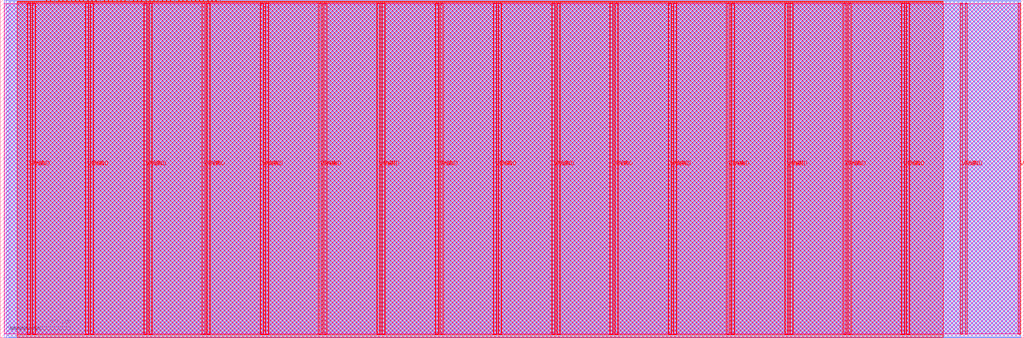
<source format=lef>
VERSION 5.7 ;
  NOWIREEXTENSIONATPIN ON ;
  DIVIDERCHAR "/" ;
  BUSBITCHARS "[]" ;
MACRO tt_um_tt_tinyQV
  CLASS BLOCK ;
  FOREIGN tt_um_tt_tinyQV ;
  ORIGIN 0.000 0.000 ;
  SIZE 682.640 BY 225.760 ;
  PIN VGND
    DIRECTION INOUT ;
    USE GROUND ;
    PORT
      LAYER met4 ;
        RECT 21.580 2.480 23.180 223.280 ;
    END
    PORT
      LAYER met4 ;
        RECT 60.450 2.480 62.050 223.280 ;
    END
    PORT
      LAYER met4 ;
        RECT 99.320 2.480 100.920 223.280 ;
    END
    PORT
      LAYER met4 ;
        RECT 138.190 2.480 139.790 223.280 ;
    END
    PORT
      LAYER met4 ;
        RECT 177.060 2.480 178.660 223.280 ;
    END
    PORT
      LAYER met4 ;
        RECT 215.930 2.480 217.530 223.280 ;
    END
    PORT
      LAYER met4 ;
        RECT 254.800 2.480 256.400 223.280 ;
    END
    PORT
      LAYER met4 ;
        RECT 293.670 2.480 295.270 223.280 ;
    END
    PORT
      LAYER met4 ;
        RECT 332.540 2.480 334.140 223.280 ;
    END
    PORT
      LAYER met4 ;
        RECT 371.410 2.480 373.010 223.280 ;
    END
    PORT
      LAYER met4 ;
        RECT 410.280 2.480 411.880 223.280 ;
    END
    PORT
      LAYER met4 ;
        RECT 449.150 2.480 450.750 223.280 ;
    END
    PORT
      LAYER met4 ;
        RECT 488.020 2.480 489.620 223.280 ;
    END
    PORT
      LAYER met4 ;
        RECT 526.890 2.480 528.490 223.280 ;
    END
    PORT
      LAYER met4 ;
        RECT 565.760 2.480 567.360 223.280 ;
    END
    PORT
      LAYER met4 ;
        RECT 604.630 2.480 606.230 223.280 ;
    END
    PORT
      LAYER met4 ;
        RECT 643.500 2.480 645.100 223.280 ;
    END
  END VGND
  PIN VPWR
    DIRECTION INOUT ;
    USE POWER ;
    PORT
      LAYER met4 ;
        RECT 18.280 2.480 19.880 223.280 ;
    END
    PORT
      LAYER met4 ;
        RECT 57.150 2.480 58.750 223.280 ;
    END
    PORT
      LAYER met4 ;
        RECT 96.020 2.480 97.620 223.280 ;
    END
    PORT
      LAYER met4 ;
        RECT 134.890 2.480 136.490 223.280 ;
    END
    PORT
      LAYER met4 ;
        RECT 173.760 2.480 175.360 223.280 ;
    END
    PORT
      LAYER met4 ;
        RECT 212.630 2.480 214.230 223.280 ;
    END
    PORT
      LAYER met4 ;
        RECT 251.500 2.480 253.100 223.280 ;
    END
    PORT
      LAYER met4 ;
        RECT 290.370 2.480 291.970 223.280 ;
    END
    PORT
      LAYER met4 ;
        RECT 329.240 2.480 330.840 223.280 ;
    END
    PORT
      LAYER met4 ;
        RECT 368.110 2.480 369.710 223.280 ;
    END
    PORT
      LAYER met4 ;
        RECT 406.980 2.480 408.580 223.280 ;
    END
    PORT
      LAYER met4 ;
        RECT 445.850 2.480 447.450 223.280 ;
    END
    PORT
      LAYER met4 ;
        RECT 484.720 2.480 486.320 223.280 ;
    END
    PORT
      LAYER met4 ;
        RECT 523.590 2.480 525.190 223.280 ;
    END
    PORT
      LAYER met4 ;
        RECT 562.460 2.480 564.060 223.280 ;
    END
    PORT
      LAYER met4 ;
        RECT 601.330 2.480 602.930 223.280 ;
    END
    PORT
      LAYER met4 ;
        RECT 640.200 2.480 641.800 223.280 ;
    END
    PORT
      LAYER met4 ;
        RECT 679.070 2.480 680.670 223.280 ;
    END
  END VPWR
  PIN clk
    DIRECTION INPUT ;
    USE SIGNAL ;
    ANTENNAGATEAREA 1.286700 ;
    ANTENNADIFFAREA 0.434700 ;
    PORT
      LAYER met4 ;
        RECT 143.830 224.760 144.130 225.760 ;
    END
  END clk
  PIN ena
    DIRECTION INPUT ;
    USE SIGNAL ;
    PORT
      LAYER met4 ;
        RECT 146.590 224.760 146.890 225.760 ;
    END
  END ena
  PIN rst_n
    DIRECTION INPUT ;
    USE SIGNAL ;
    ANTENNAGATEAREA 0.647700 ;
    ANTENNADIFFAREA 0.434700 ;
    PORT
      LAYER met4 ;
        RECT 141.070 224.760 141.370 225.760 ;
    END
  END rst_n
  PIN ui_in[0]
    DIRECTION INPUT ;
    USE SIGNAL ;
    ANTENNAGATEAREA 0.631200 ;
    ANTENNADIFFAREA 0.434700 ;
    PORT
      LAYER met4 ;
        RECT 138.310 224.760 138.610 225.760 ;
    END
  END ui_in[0]
  PIN ui_in[1]
    DIRECTION INPUT ;
    USE SIGNAL ;
    ANTENNAGATEAREA 0.631200 ;
    ANTENNADIFFAREA 0.434700 ;
    PORT
      LAYER met4 ;
        RECT 135.550 224.760 135.850 225.760 ;
    END
  END ui_in[1]
  PIN ui_in[2]
    DIRECTION INPUT ;
    USE SIGNAL ;
    ANTENNAGATEAREA 0.631200 ;
    ANTENNADIFFAREA 0.434700 ;
    PORT
      LAYER met4 ;
        RECT 132.790 224.760 133.090 225.760 ;
    END
  END ui_in[2]
  PIN ui_in[3]
    DIRECTION INPUT ;
    USE SIGNAL ;
    ANTENNAGATEAREA 0.593700 ;
    ANTENNADIFFAREA 0.434700 ;
    PORT
      LAYER met4 ;
        RECT 130.030 224.760 130.330 225.760 ;
    END
  END ui_in[3]
  PIN ui_in[4]
    DIRECTION INPUT ;
    USE SIGNAL ;
    ANTENNAGATEAREA 0.593700 ;
    ANTENNADIFFAREA 0.434700 ;
    PORT
      LAYER met4 ;
        RECT 127.270 224.760 127.570 225.760 ;
    END
  END ui_in[4]
  PIN ui_in[5]
    DIRECTION INPUT ;
    USE SIGNAL ;
    ANTENNAGATEAREA 0.647700 ;
    ANTENNADIFFAREA 0.434700 ;
    PORT
      LAYER met4 ;
        RECT 124.510 224.760 124.810 225.760 ;
    END
  END ui_in[5]
  PIN ui_in[6]
    DIRECTION INPUT ;
    USE SIGNAL ;
    ANTENNAGATEAREA 0.631200 ;
    ANTENNADIFFAREA 0.434700 ;
    PORT
      LAYER met4 ;
        RECT 121.750 224.760 122.050 225.760 ;
    END
  END ui_in[6]
  PIN ui_in[7]
    DIRECTION INPUT ;
    USE SIGNAL ;
    ANTENNAGATEAREA 0.631200 ;
    ANTENNADIFFAREA 0.434700 ;
    PORT
      LAYER met4 ;
        RECT 118.990 224.760 119.290 225.760 ;
    END
  END ui_in[7]
  PIN uio_in[0]
    DIRECTION INPUT ;
    USE SIGNAL ;
    PORT
      LAYER met4 ;
        RECT 116.230 224.760 116.530 225.760 ;
    END
  END uio_in[0]
  PIN uio_in[1]
    DIRECTION INPUT ;
    USE SIGNAL ;
    ANTENNAGATEAREA 0.560700 ;
    ANTENNADIFFAREA 0.434700 ;
    PORT
      LAYER met4 ;
        RECT 113.470 224.760 113.770 225.760 ;
    END
  END uio_in[1]
  PIN uio_in[2]
    DIRECTION INPUT ;
    USE SIGNAL ;
    ANTENNAGATEAREA 0.647700 ;
    ANTENNADIFFAREA 0.434700 ;
    PORT
      LAYER met4 ;
        RECT 110.710 224.760 111.010 225.760 ;
    END
  END uio_in[2]
  PIN uio_in[3]
    DIRECTION INPUT ;
    USE SIGNAL ;
    PORT
      LAYER met4 ;
        RECT 107.950 224.760 108.250 225.760 ;
    END
  END uio_in[3]
  PIN uio_in[4]
    DIRECTION INPUT ;
    USE SIGNAL ;
    ANTENNAGATEAREA 0.647700 ;
    ANTENNADIFFAREA 0.434700 ;
    PORT
      LAYER met4 ;
        RECT 105.190 224.760 105.490 225.760 ;
    END
  END uio_in[4]
  PIN uio_in[5]
    DIRECTION INPUT ;
    USE SIGNAL ;
    ANTENNAGATEAREA 0.631200 ;
    ANTENNADIFFAREA 0.434700 ;
    PORT
      LAYER met4 ;
        RECT 102.430 224.760 102.730 225.760 ;
    END
  END uio_in[5]
  PIN uio_in[6]
    DIRECTION INPUT ;
    USE SIGNAL ;
    PORT
      LAYER met4 ;
        RECT 99.670 224.760 99.970 225.760 ;
    END
  END uio_in[6]
  PIN uio_in[7]
    DIRECTION INPUT ;
    USE SIGNAL ;
    PORT
      LAYER met4 ;
        RECT 96.910 224.760 97.210 225.760 ;
    END
  END uio_in[7]
  PIN uio_oe[0]
    DIRECTION OUTPUT ;
    USE SIGNAL ;
    ANTENNADIFFAREA 0.445500 ;
    PORT
      LAYER met4 ;
        RECT 49.990 224.760 50.290 225.760 ;
    END
  END uio_oe[0]
  PIN uio_oe[1]
    DIRECTION OUTPUT ;
    USE SIGNAL ;
    ANTENNADIFFAREA 0.445500 ;
    PORT
      LAYER met4 ;
        RECT 47.230 224.760 47.530 225.760 ;
    END
  END uio_oe[1]
  PIN uio_oe[2]
    DIRECTION OUTPUT ;
    USE SIGNAL ;
    ANTENNADIFFAREA 0.445500 ;
    PORT
      LAYER met4 ;
        RECT 44.470 224.760 44.770 225.760 ;
    END
  END uio_oe[2]
  PIN uio_oe[3]
    DIRECTION OUTPUT ;
    USE SIGNAL ;
    ANTENNADIFFAREA 0.445500 ;
    PORT
      LAYER met4 ;
        RECT 41.710 224.760 42.010 225.760 ;
    END
  END uio_oe[3]
  PIN uio_oe[4]
    DIRECTION OUTPUT ;
    USE SIGNAL ;
    ANTENNADIFFAREA 0.445500 ;
    PORT
      LAYER met4 ;
        RECT 38.950 224.760 39.250 225.760 ;
    END
  END uio_oe[4]
  PIN uio_oe[5]
    DIRECTION OUTPUT ;
    USE SIGNAL ;
    ANTENNAGATEAREA 0.477000 ;
    ANTENNADIFFAREA 0.924000 ;
    PORT
      LAYER met4 ;
        RECT 36.190 224.760 36.490 225.760 ;
    END
  END uio_oe[5]
  PIN uio_oe[6]
    DIRECTION OUTPUT ;
    USE SIGNAL ;
    ANTENNADIFFAREA 0.445500 ;
    PORT
      LAYER met4 ;
        RECT 33.430 224.760 33.730 225.760 ;
    END
  END uio_oe[6]
  PIN uio_oe[7]
    DIRECTION OUTPUT ;
    USE SIGNAL ;
    ANTENNADIFFAREA 0.445500 ;
    PORT
      LAYER met4 ;
        RECT 30.670 224.760 30.970 225.760 ;
    END
  END uio_oe[7]
  PIN uio_out[0]
    DIRECTION OUTPUT ;
    USE SIGNAL ;
    ANTENNAGATEAREA 0.702000 ;
    ANTENNADIFFAREA 0.891000 ;
    PORT
      LAYER met4 ;
        RECT 72.070 224.760 72.370 225.760 ;
    END
  END uio_out[0]
  PIN uio_out[1]
    DIRECTION OUTPUT ;
    USE SIGNAL ;
    ANTENNADIFFAREA 0.891000 ;
    PORT
      LAYER met4 ;
        RECT 69.310 224.760 69.610 225.760 ;
    END
  END uio_out[1]
  PIN uio_out[2]
    DIRECTION OUTPUT ;
    USE SIGNAL ;
    ANTENNADIFFAREA 0.891000 ;
    PORT
      LAYER met4 ;
        RECT 66.550 224.760 66.850 225.760 ;
    END
  END uio_out[2]
  PIN uio_out[3]
    DIRECTION OUTPUT ;
    USE SIGNAL ;
    ANTENNADIFFAREA 0.891000 ;
    PORT
      LAYER met4 ;
        RECT 63.790 224.760 64.090 225.760 ;
    END
  END uio_out[3]
  PIN uio_out[4]
    DIRECTION OUTPUT ;
    USE SIGNAL ;
    ANTENNADIFFAREA 0.891000 ;
    PORT
      LAYER met4 ;
        RECT 61.030 224.760 61.330 225.760 ;
    END
  END uio_out[4]
  PIN uio_out[5]
    DIRECTION OUTPUT ;
    USE SIGNAL ;
    ANTENNADIFFAREA 0.891000 ;
    PORT
      LAYER met4 ;
        RECT 58.270 224.760 58.570 225.760 ;
    END
  END uio_out[5]
  PIN uio_out[6]
    DIRECTION OUTPUT ;
    USE SIGNAL ;
    ANTENNAGATEAREA 0.252000 ;
    ANTENNADIFFAREA 0.891000 ;
    PORT
      LAYER met4 ;
        RECT 55.510 224.760 55.810 225.760 ;
    END
  END uio_out[6]
  PIN uio_out[7]
    DIRECTION OUTPUT ;
    USE SIGNAL ;
    ANTENNAGATEAREA 0.252000 ;
    ANTENNADIFFAREA 0.891000 ;
    PORT
      LAYER met4 ;
        RECT 52.750 224.760 53.050 225.760 ;
    END
  END uio_out[7]
  PIN uo_out[0]
    DIRECTION OUTPUT ;
    USE SIGNAL ;
    ANTENNADIFFAREA 0.891000 ;
    PORT
      LAYER met4 ;
        RECT 94.150 224.760 94.450 225.760 ;
    END
  END uo_out[0]
  PIN uo_out[1]
    DIRECTION OUTPUT ;
    USE SIGNAL ;
    ANTENNADIFFAREA 0.891000 ;
    PORT
      LAYER met4 ;
        RECT 91.390 224.760 91.690 225.760 ;
    END
  END uo_out[1]
  PIN uo_out[2]
    DIRECTION OUTPUT ;
    USE SIGNAL ;
    ANTENNADIFFAREA 0.891000 ;
    PORT
      LAYER met4 ;
        RECT 88.630 224.760 88.930 225.760 ;
    END
  END uo_out[2]
  PIN uo_out[3]
    DIRECTION OUTPUT ;
    USE SIGNAL ;
    ANTENNADIFFAREA 0.891000 ;
    PORT
      LAYER met4 ;
        RECT 85.870 224.760 86.170 225.760 ;
    END
  END uo_out[3]
  PIN uo_out[4]
    DIRECTION OUTPUT ;
    USE SIGNAL ;
    ANTENNADIFFAREA 0.891000 ;
    PORT
      LAYER met4 ;
        RECT 83.110 224.760 83.410 225.760 ;
    END
  END uo_out[4]
  PIN uo_out[5]
    DIRECTION OUTPUT ;
    USE SIGNAL ;
    ANTENNADIFFAREA 0.891000 ;
    PORT
      LAYER met4 ;
        RECT 80.350 224.760 80.650 225.760 ;
    END
  END uo_out[5]
  PIN uo_out[6]
    DIRECTION OUTPUT ;
    USE SIGNAL ;
    ANTENNADIFFAREA 0.891000 ;
    PORT
      LAYER met4 ;
        RECT 77.590 224.760 77.890 225.760 ;
    END
  END uo_out[6]
  PIN uo_out[7]
    DIRECTION OUTPUT ;
    USE SIGNAL ;
    ANTENNADIFFAREA 0.891000 ;
    PORT
      LAYER met4 ;
        RECT 74.830 224.760 75.130 225.760 ;
    END
  END uo_out[7]
  OBS
      LAYER nwell ;
        RECT 2.570 2.635 680.070 223.230 ;
      LAYER li1 ;
        RECT 2.760 2.635 679.880 223.125 ;
      LAYER met1 ;
        RECT 2.760 0.040 680.670 225.380 ;
      LAYER met2 ;
        RECT 4.240 0.010 680.640 225.410 ;
      LAYER met3 ;
        RECT 5.585 0.180 680.660 224.905 ;
      LAYER met4 ;
        RECT 11.335 224.360 30.270 224.905 ;
        RECT 31.370 224.360 33.030 224.905 ;
        RECT 34.130 224.360 35.790 224.905 ;
        RECT 36.890 224.360 38.550 224.905 ;
        RECT 39.650 224.360 41.310 224.905 ;
        RECT 42.410 224.360 44.070 224.905 ;
        RECT 45.170 224.360 46.830 224.905 ;
        RECT 47.930 224.360 49.590 224.905 ;
        RECT 50.690 224.360 52.350 224.905 ;
        RECT 53.450 224.360 55.110 224.905 ;
        RECT 56.210 224.360 57.870 224.905 ;
        RECT 58.970 224.360 60.630 224.905 ;
        RECT 61.730 224.360 63.390 224.905 ;
        RECT 64.490 224.360 66.150 224.905 ;
        RECT 67.250 224.360 68.910 224.905 ;
        RECT 70.010 224.360 71.670 224.905 ;
        RECT 72.770 224.360 74.430 224.905 ;
        RECT 75.530 224.360 77.190 224.905 ;
        RECT 78.290 224.360 79.950 224.905 ;
        RECT 81.050 224.360 82.710 224.905 ;
        RECT 83.810 224.360 85.470 224.905 ;
        RECT 86.570 224.360 88.230 224.905 ;
        RECT 89.330 224.360 90.990 224.905 ;
        RECT 92.090 224.360 93.750 224.905 ;
        RECT 94.850 224.360 96.510 224.905 ;
        RECT 97.610 224.360 99.270 224.905 ;
        RECT 100.370 224.360 102.030 224.905 ;
        RECT 103.130 224.360 104.790 224.905 ;
        RECT 105.890 224.360 107.550 224.905 ;
        RECT 108.650 224.360 110.310 224.905 ;
        RECT 111.410 224.360 113.070 224.905 ;
        RECT 114.170 224.360 115.830 224.905 ;
        RECT 116.930 224.360 118.590 224.905 ;
        RECT 119.690 224.360 121.350 224.905 ;
        RECT 122.450 224.360 124.110 224.905 ;
        RECT 125.210 224.360 126.870 224.905 ;
        RECT 127.970 224.360 129.630 224.905 ;
        RECT 130.730 224.360 132.390 224.905 ;
        RECT 133.490 224.360 135.150 224.905 ;
        RECT 136.250 224.360 137.910 224.905 ;
        RECT 139.010 224.360 140.670 224.905 ;
        RECT 141.770 224.360 143.430 224.905 ;
        RECT 144.530 224.360 146.190 224.905 ;
        RECT 147.290 224.360 628.985 224.905 ;
        RECT 11.335 223.680 628.985 224.360 ;
        RECT 11.335 2.080 17.880 223.680 ;
        RECT 20.280 2.080 21.180 223.680 ;
        RECT 23.580 2.080 56.750 223.680 ;
        RECT 59.150 2.080 60.050 223.680 ;
        RECT 62.450 2.080 95.620 223.680 ;
        RECT 98.020 2.080 98.920 223.680 ;
        RECT 101.320 2.080 134.490 223.680 ;
        RECT 136.890 2.080 137.790 223.680 ;
        RECT 140.190 2.080 173.360 223.680 ;
        RECT 175.760 2.080 176.660 223.680 ;
        RECT 179.060 2.080 212.230 223.680 ;
        RECT 214.630 2.080 215.530 223.680 ;
        RECT 217.930 2.080 251.100 223.680 ;
        RECT 253.500 2.080 254.400 223.680 ;
        RECT 256.800 2.080 289.970 223.680 ;
        RECT 292.370 2.080 293.270 223.680 ;
        RECT 295.670 2.080 328.840 223.680 ;
        RECT 331.240 2.080 332.140 223.680 ;
        RECT 334.540 2.080 367.710 223.680 ;
        RECT 370.110 2.080 371.010 223.680 ;
        RECT 373.410 2.080 406.580 223.680 ;
        RECT 408.980 2.080 409.880 223.680 ;
        RECT 412.280 2.080 445.450 223.680 ;
        RECT 447.850 2.080 448.750 223.680 ;
        RECT 451.150 2.080 484.320 223.680 ;
        RECT 486.720 2.080 487.620 223.680 ;
        RECT 490.020 2.080 523.190 223.680 ;
        RECT 525.590 2.080 526.490 223.680 ;
        RECT 528.890 2.080 562.060 223.680 ;
        RECT 564.460 2.080 565.360 223.680 ;
        RECT 567.760 2.080 600.930 223.680 ;
        RECT 603.330 2.080 604.230 223.680 ;
        RECT 606.630 2.080 628.985 223.680 ;
        RECT 11.335 0.175 628.985 2.080 ;
  END
END tt_um_tt_tinyQV
END LIBRARY


</source>
